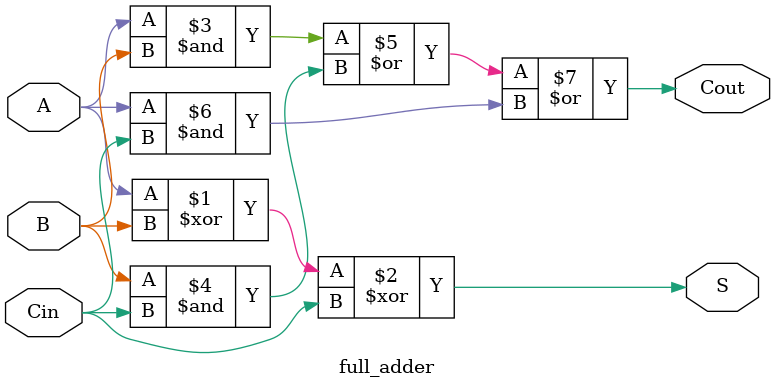
<source format=sv>
module ripple_adder
(
	input  logic [7:0] SW, A,
	input  logic add, sub,
	
	output logic [7:0] S,
	output logic       X
);

    /* TODO
     *
     * Insert code here to implement a ripple adder.
     * Your code should be completly combinational (don't use always_ff or always_latch).
     * Feel free to create sub-modules or other files. */
	  logic c1, c2;
	  logic [7:0] new_SW;
	  
	  always_comb
	  begin
			new_SW = ({8{sub}} ^ SW[7:0]);
		
	  end
	  
	  CRA_4bit a1(.A(new_SW[3:0]), .B(A[3:0]), .c_in(sub), .S(S[3:0]), .c_out(c1));
	  CRA_4bit a2(.A(new_SW[7:4]), .B(A[7:4]), .c_in(c1), .S(S[7:4]), .c_out(c2));
	  full_adder a3(.A(new_SW[7]), .B(A[7]), .Cin(c2), .S(X), .Cout(cout));

     
endmodule

module CRA_4bit(
	input  [3:0] A, B,
	input         c_in,
	output [3:0] S,
	output logic c_out
	  

);
	  logic c1, c2, c3;

	  full_adder fa1(.A(A[0]), .B(B[0]), .Cin(c_in), .S(S[0]), .Cout(c1));
	  full_adder fa2(.A(A[1]), .B(B[1]), .Cin(c1), .S(S[1]), .Cout(c2));
	  full_adder fa3(.A(A[2]), .B(B[2]), .Cin(c2), .S(S[2]), .Cout(c3));
	  full_adder fa4(.A(A[3]), .B(B[3]), .Cin(c3), .S(S[3]), .Cout(c_out));

endmodule


module full_adder(	

	input A, B, Cin,
	output logic S, Cout
);
  

	assign S = A^B^Cin;
  
	assign Cout = (A & B)|(B & Cin)|(A & Cin);
  
  
endmodule



</source>
